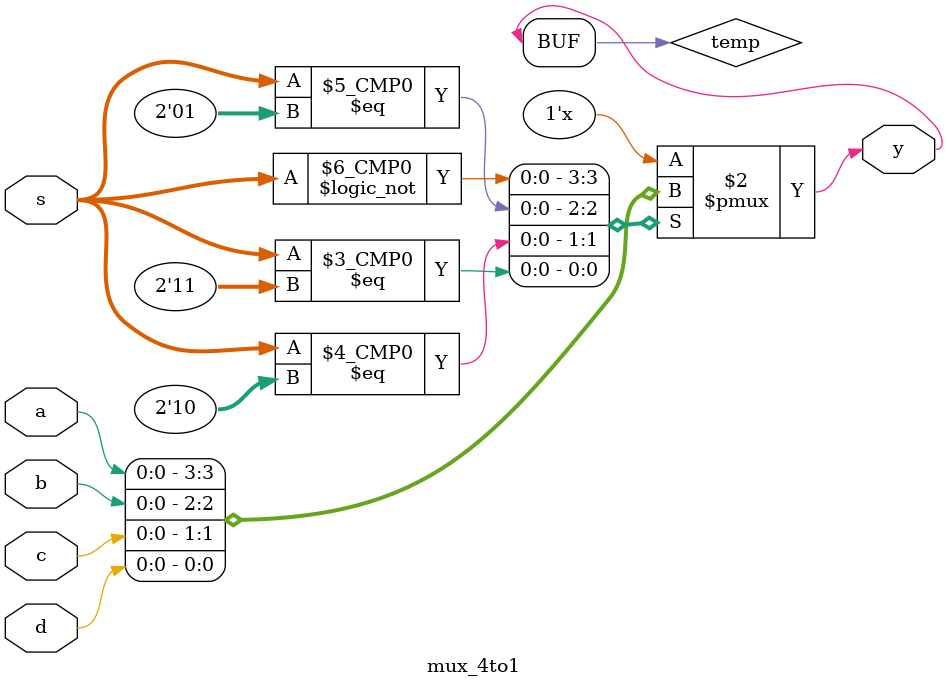
<source format=v>
`timescale 1ns / 1ps


module mux_4to1(
    input a,
    input b,
    input c,
    input d,
    input [1:0] s,
    output y
    );
    
    reg temp;
    
    always@(*) begin
        case(s)
            2'b00: temp <= a;
            2'b01: temp <= b;
            2'b10: temp <= c;
            2'b11: temp <= d;
            default: temp <= a;
        endcase
    end
    assign y = temp;
endmodule

</source>
